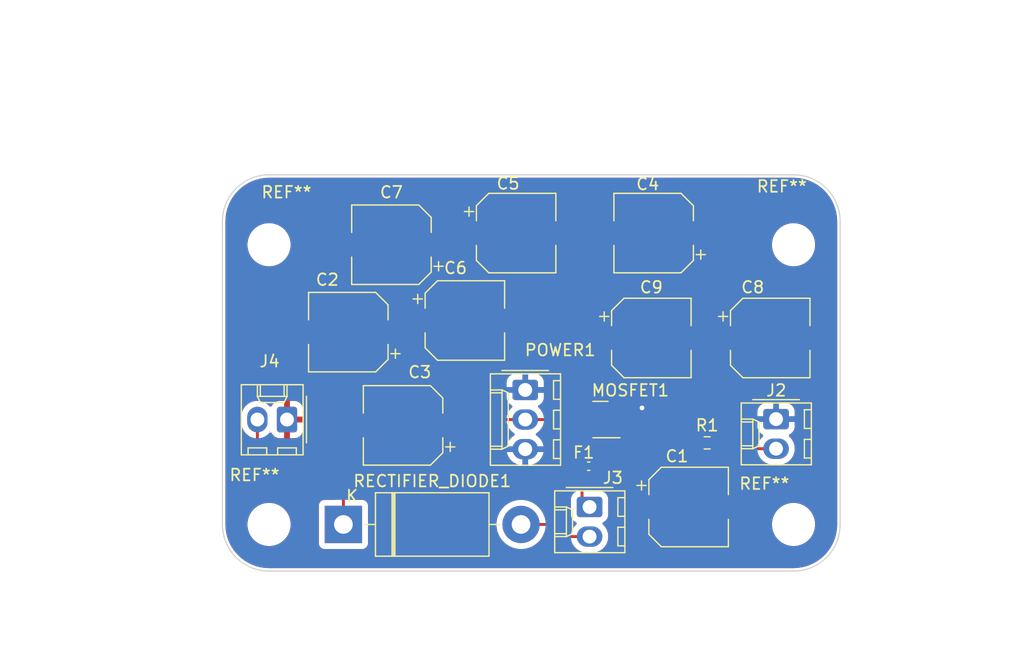
<source format=kicad_pcb>
(kicad_pcb (version 20240108) (generator "pcbnew") (generator_version "8.0")
  (title_block (title "Template") (date "2022-08-16") (rev "0.0") (company "Illini Solar Car") (comment 1 "Designed By: Your Name"))
  (layers (0 "F.Cu" signal) (31 "B.Cu" signal) (34 "B.Paste" user) (35 "F.Paste" user) (36 "B.SilkS" user "B.Silkscreen") (37 "F.SilkS" user "F.Silkscreen") (38 "B.Mask" user) (39 "F.Mask" user) (44 "Edge.Cuts" user))
  (net 0 "")
  (net 1 "/HORN_CONTROL")
  (net 2 "Net-(C1-Pad2)")
  (net 3 "Net-(MOSFET1-D)")
  (net 4 "Net-(MOSFET1-G)")
  (net 5 "GND")
  (net 6 "Net-(J3-Pin_1)")
  (net 7 "Net-(J4-Pin_2)")
  (net 8 "Net-(J3-Pin_2)")
  (net 9 "Net-(POWER1-Pin_2)")
  (net 10 "+24V")
  (footprint "Diode_THT:D_DO-201AD_P15.24mm_Horizontal" (layer "F.Cu") (at 82.38 103)
    (property "Reference" "RECTIFIER_DIODE1" (at 7.62 -3.72 0) (layer "F.SilkS"))
    (property "Value" "1N5402")
    (fp_line (start 1.84 0) (end 2.75 0) (stroke (width 0.12)) (layer "F.SilkS"))
    (fp_line (start 2.75 -2.72) (end 2.75 2.72) (stroke (width 0.12)) (layer "F.SilkS"))
    (fp_line (start 2.75 2.72) (end 12.49 2.72) (stroke (width 0.12)) (layer "F.SilkS"))
    (fp_line (start 4.175 -2.72) (end 4.175 2.72) (stroke (width 0.12)) (layer "F.SilkS"))
    (fp_line (start 4.295 -2.72) (end 4.295 2.72) (stroke (width 0.12)) (layer "F.SilkS"))
    (fp_line (start 4.415 -2.72) (end 4.415 2.72) (stroke (width 0.12)) (layer "F.SilkS"))
    (fp_line (start 12.49 -2.72) (end 2.75 -2.72) (stroke (width 0.12)) (layer "F.SilkS"))
    (fp_line (start 12.49 2.72) (end 12.49 -2.72) (stroke (width 0.12)) (layer "F.SilkS"))
    (fp_line (start 13.4 0) (end 12.49 0) (stroke (width 0.12)) (layer "F.SilkS"))
    (fp_text user "K" (at 0.74 -2.44 0) (layer "F.SilkS"))
    (pad "1" thru_hole rect (at 0 0) (size 3.2 3.2) (drill 1.6) (layers "*.Cu" "*.Mask") (net 7 "Net-(J4-Pin_2)"))
    (pad "2" thru_hole oval (at 15.24 0) (size 3.2 3.2) (drill 1.6) (layers "*.Cu" "*.Mask") (net 8 "Net-(J3-Pin_2)"))
  )
  (footprint "Resistor_SMD:R_0603_1608Metric_Pad0.98x0.95mm_HandSolder" (layer "F.Cu") (at 113.5875 96)
    (property "Reference" "R1" (at 0 -1.5 0) (layer "F.SilkS"))
    (property "Value" "1k")
    (fp_line (start -0.254724 -0.5225) (end 0.254724 -0.5225) (stroke (width 0.12)) (layer "F.SilkS"))
    (fp_line (start -0.254724 0.5225) (end 0.254724 0.5225) (stroke (width 0.12)) (layer "F.SilkS"))
    (pad "1" smd roundrect (at -0.9125 0) (size 0.975 0.95) (layers "F.Cu" "F.Paste" "F.Mask") (net 2 "Net-(C1-Pad2)"))
    (pad "2" smd roundrect (at 0.9125 0) (size 0.975 0.95) (layers "F.Cu" "F.Paste" "F.Mask") (net 1 "/HORN_CONTROL"))
  )
  (footprint "MountingHole:MountingHole_3.2mm_M3" (layer "F.Cu") (at 76 79)
    (property "Reference" "REF**" (at 1.5 -4.5 0) (layer "F.SilkS"))
    (property "Value" "MountingHole_3.2mm_M3")
    (pad "" np_thru_hole circle (at 0 0) (size 3.2 3.2) (drill 3.2) (layers "*.Cu" "*.Mask"))
  )
  (footprint "Capacitor_SMD:CP_Elec_6.3x3" (layer "F.Cu") (at 112 101.5)
    (property "Reference" "C1" (at -1 -4.35 0) (layer "F.SilkS"))
    (property "Value" "0.1 uF")
    (fp_line (start -4.4375 -1.8475) (end -3.65 -1.8475) (stroke (width 0.12)) (layer "F.SilkS"))
    (fp_line (start -4.04375 -2.24125) (end -4.04375 -1.45375) (stroke (width 0.12)) (layer "F.SilkS"))
    (fp_line (start -3.41 -2.345563) (end -3.41 -1.06) (stroke (width 0.12)) (layer "F.SilkS"))
    (fp_line (start -3.41 -2.345563) (end -2.345563 -3.41) (stroke (width 0.12)) (layer "F.SilkS"))
    (fp_line (start -3.41 2.345563) (end -3.41 1.06) (stroke (width 0.12)) (layer "F.SilkS"))
    (fp_line (start -3.41 2.345563) (end -2.345563 3.41) (stroke (width 0.12)) (layer "F.SilkS"))
    (fp_line (start -2.345563 -3.41) (end 3.41 -3.41) (stroke (width 0.12)) (layer "F.SilkS"))
    (fp_line (start -2.345563 3.41) (end 3.41 3.41) (stroke (width 0.12)) (layer "F.SilkS"))
    (fp_line (start 3.41 -3.41) (end 3.41 -1.06) (stroke (width 0.12)) (layer "F.SilkS"))
    (fp_line (start 3.41 3.41) (end 3.41 1.06) (stroke (width 0.12)) (layer "F.SilkS"))
    (pad "1" smd roundrect (at -2.7 0) (size 3.5 1.6) (layers "F.Cu" "F.Paste" "F.Mask") (roundrect_rratio 0.15625) (net 4 "Net-(MOSFET1-G)"))
    (pad "2" smd roundrect (at 2.7 0) (size 3.5 1.6) (layers "F.Cu" "F.Paste" "F.Mask") (roundrect_rratio 0.15625) (net 2 "Net-(C1-Pad2)"))
  )
  (footprint "MountingHole:MountingHole_3.2mm_M3" (layer "F.Cu") (at 121 103)
    (property "Reference" "REF**" (at -2.5 -3.5 0) (layer "F.SilkS"))
    (property "Value" "MountingHole_3.2mm_M3")
    (pad "" np_thru_hole circle (at 0 0) (size 3.2 3.2) (drill 3.2) (layers "*.Cu" "*.Mask"))
  )
  (footprint "Connector_Molex:Molex_KK-254_AE-6410-02A_1x02_P2.54mm_Vertical" (layer "F.Cu") (at 103.5 101.5 -90)
    (property "Reference" "J3" (at -2.5 -2 180) (layer "F.SilkS"))
    (property "Value" "Conn_01x02")
    (fp_line (start -1.38 2.99) (end 3.92 2.99) (stroke (width 0.12)) (layer "F.SilkS"))
    (fp_line (start 0 2.99) (end 0 1.99) (stroke (width 0.12)) (layer "F.SilkS"))
    (fp_line (start 0.25 2.99) (end 0.25 1.99) (stroke (width 0.12)) (layer "F.SilkS"))
    (fp_line (start 2.29 2.99) (end 2.29 1.99) (stroke (width 0.12)) (layer "F.SilkS"))
    (fp_line (start 3.92 2.99) (end 3.92 -3.03) (stroke (width 0.12)) (layer "F.SilkS"))
    (fp_line (start 0 1.99) (end 2.54 1.99) (stroke (width 0.12)) (layer "F.SilkS"))
    (fp_line (start 0 1.99) (end 0.25 1.46) (stroke (width 0.12)) (layer "F.SilkS"))
    (fp_line (start 2.54 1.99) (end 2.54 2.99) (stroke (width 0.12)) (layer "F.SilkS"))
    (fp_line (start 0.25 1.46) (end 2.29 1.46) (stroke (width 0.12)) (layer "F.SilkS"))
    (fp_line (start 2.29 1.46) (end 2.54 1.99) (stroke (width 0.12)) (layer "F.SilkS"))
    (fp_line (start -1.67 -2) (end -1.67 2) (stroke (width 0.12)) (layer "F.SilkS"))
    (fp_line (start -0.8 -2.43) (end 0.8 -2.43) (stroke (width 0.12)) (layer "F.SilkS"))
    (fp_line (start 0.8 -2.43) (end 0.8 -3.03) (stroke (width 0.12)) (layer "F.SilkS"))
    (fp_line (start 1.74 -2.43) (end 3.34 -2.43) (stroke (width 0.12)) (layer "F.SilkS"))
    (fp_line (start 3.34 -2.43) (end 3.34 -3.03) (stroke (width 0.12)) (layer "F.SilkS"))
    (fp_line (start -1.38 -3.03) (end -1.38 2.99) (stroke (width 0.12)) (layer "F.SilkS"))
    (fp_line (start -0.8 -3.03) (end -0.8 -2.43) (stroke (width 0.12)) (layer "F.SilkS"))
    (fp_line (start 1.74 -3.03) (end 1.74 -2.43) (stroke (width 0.12)) (layer "F.SilkS"))
    (fp_line (start 3.92 -3.03) (end -1.38 -3.03) (stroke (width 0.12)) (layer "F.SilkS"))
    (pad "1" thru_hole roundrect (at 0 0 270) (size 1.74 2.19) (drill 1.19) (layers "*.Cu" "*.Mask") (roundrect_rratio 0.143678) (net 6 "Net-(J3-Pin_1)"))
    (pad "2" thru_hole oval (at 2.54 0 270) (size 1.74 2.19) (drill 1.19) (layers "*.Cu" "*.Mask") (net 8 "Net-(J3-Pin_2)"))
  )
  (footprint "Capacitor_SMD:CP_Elec_6.3x3" (layer "F.Cu") (at 97.2 78)
    (property "Reference" "C5" (at -0.69 -4.25 0) (layer "F.SilkS"))
    (property "Value" "1uF")
    (fp_line (start -4.4375 -1.8475) (end -3.65 -1.8475) (stroke (width 0.12)) (layer "F.SilkS"))
    (fp_line (start -4.04375 -2.24125) (end -4.04375 -1.45375) (stroke (width 0.12)) (layer "F.SilkS"))
    (fp_line (start -3.41 -2.345563) (end -3.41 -1.06) (stroke (width 0.12)) (layer "F.SilkS"))
    (fp_line (start -3.41 -2.345563) (end -2.345563 -3.41) (stroke (width 0.12)) (layer "F.SilkS"))
    (fp_line (start -3.41 2.345563) (end -3.41 1.06) (stroke (width 0.12)) (layer "F.SilkS"))
    (fp_line (start -3.41 2.345563) (end -2.345563 3.41) (stroke (width 0.12)) (layer "F.SilkS"))
    (fp_line (start -2.345563 -3.41) (end 3.41 -3.41) (stroke (width 0.12)) (layer "F.SilkS"))
    (fp_line (start -2.345563 3.41) (end 3.41 3.41) (stroke (width 0.12)) (layer "F.SilkS"))
    (fp_line (start 3.41 -3.41) (end 3.41 -1.06) (stroke (width 0.12)) (layer "F.SilkS"))
    (fp_line (start 3.41 3.41) (end 3.41 1.06) (stroke (width 0.12)) (layer "F.SilkS"))
    (pad "1" smd roundrect (at -2.7 0) (size 3.5 1.6) (layers "F.Cu" "F.Paste" "F.Mask") (roundrect_rratio 0.15625) (net 9 "Net-(POWER1-Pin_2)"))
    (pad "2" smd roundrect (at 2.7 0) (size 3.5 1.6) (layers "F.Cu" "F.Paste" "F.Mask") (roundrect_rratio 0.15625) (net 10 "+24V"))
  )
  (footprint "Capacitor_SMD:CP_Elec_6.3x3" (layer "F.Cu") (at 108.8 87)
    (property "Reference" "C9" (at 0 -4.35 0) (layer "F.SilkS"))
    (property "Value" "100uF")
    (fp_line (start -4.4375 -1.8475) (end -3.65 -1.8475) (stroke (width 0.12)) (layer "F.SilkS"))
    (fp_line (start -4.04375 -2.24125) (end -4.04375 -1.45375) (stroke (width 0.12)) (layer "F.SilkS"))
    (fp_line (start -3.41 -2.345563) (end -3.41 -1.06) (stroke (width 0.12)) (layer "F.SilkS"))
    (fp_line (start -3.41 -2.345563) (end -2.345563 -3.41) (stroke (width 0.12)) (layer "F.SilkS"))
    (fp_line (start -3.41 2.345563) (end -3.41 1.06) (stroke (width 0.12)) (layer "F.SilkS"))
    (fp_line (start -3.41 2.345563) (end -2.345563 3.41) (stroke (width 0.12)) (layer "F.SilkS"))
    (fp_line (start -2.345563 -3.41) (end 3.41 -3.41) (stroke (width 0.12)) (layer "F.SilkS"))
    (fp_line (start -2.345563 3.41) (end 3.41 3.41) (stroke (width 0.12)) (layer "F.SilkS"))
    (fp_line (start 3.41 -3.41) (end 3.41 -1.06) (stroke (width 0.12)) (layer "F.SilkS"))
    (fp_line (start 3.41 3.41) (end 3.41 1.06) (stroke (width 0.12)) (layer "F.SilkS"))
    (pad "1" smd roundrect (at -2.7 0) (size 3.5 1.6) (layers "F.Cu" "F.Paste" "F.Mask") (roundrect_rratio 0.15625) (net 10 "+24V"))
    (pad "2" smd roundrect (at 2.7 0) (size 3.5 1.6) (layers "F.Cu" "F.Paste" "F.Mask") (roundrect_rratio 0.15625) (net 9 "Net-(POWER1-Pin_2)"))
  )
  (footprint "Connector_Molex:Molex_KK-254_AE-6410-03A_1x03_P2.54mm_Vertical" (layer "F.Cu") (at 97.98 91.46 -90)
    (property "Reference" "POWER1" (at -3.42 -3 180) (layer "F.SilkS"))
    (property "Value" "Conn_01x03")
    (fp_line (start -1.38 2.99) (end 6.46 2.99) (stroke (width 0.12)) (layer "F.SilkS"))
    (fp_line (start 0 2.99) (end 0 1.99) (stroke (width 0.12)) (layer "F.SilkS"))
    (fp_line (start 0.25 2.99) (end 0.25 1.99) (stroke (width 0.12)) (layer "F.SilkS"))
    (fp_line (start 4.83 2.99) (end 4.83 1.99) (stroke (width 0.12)) (layer "F.SilkS"))
    (fp_line (start 6.46 2.99) (end 6.46 -3.03) (stroke (width 0.12)) (layer "F.SilkS"))
    (fp_line (start 0 1.99) (end 5.08 1.99) (stroke (width 0.12)) (layer "F.SilkS"))
    (fp_line (start 0 1.99) (end 0.25 1.46) (stroke (width 0.12)) (layer "F.SilkS"))
    (fp_line (start 5.08 1.99) (end 5.08 2.99) (stroke (width 0.12)) (layer "F.SilkS"))
    (fp_line (start 0.25 1.46) (end 4.83 1.46) (stroke (width 0.12)) (layer "F.SilkS"))
    (fp_line (start 4.83 1.46) (end 5.08 1.99) (stroke (width 0.12)) (layer "F.SilkS"))
    (fp_line (start -1.67 -2) (end -1.67 2) (stroke (width 0.12)) (layer "F.SilkS"))
    (fp_line (start -0.8 -2.43) (end 0.8 -2.43) (stroke (width 0.12)) (layer "F.SilkS"))
    (fp_line (start 0.8 -2.43) (end 0.8 -3.03) (stroke (width 0.12)) (layer "F.SilkS"))
    (fp_line (start 1.74 -2.43) (end 3.34 -2.43) (stroke (width 0.12)) (layer "F.SilkS"))
    (fp_line (start 3.34 -2.43) (end 3.34 -3.03) (stroke (width 0.12)) (layer "F.SilkS"))
    (fp_line (start 4.28 -2.43) (end 5.88 -2.43) (stroke (width 0.12)) (layer "F.SilkS"))
    (fp_line (start 5.88 -2.43) (end 5.88 -3.03) (stroke (width 0.12)) (layer "F.SilkS"))
    (fp_line (start -1.38 -3.03) (end -1.38 2.99) (stroke (width 0.12)) (layer "F.SilkS"))
    (fp_line (start -0.8 -3.03) (end -0.8 -2.43) (stroke (width 0.12)) (layer "F.SilkS"))
    (fp_line (start 1.74 -3.03) (end 1.74 -2.43) (stroke (width 0.12)) (layer "F.SilkS"))
    (fp_line (start 4.28 -3.03) (end 4.28 -2.43) (stroke (width 0.12)) (layer "F.SilkS"))
    (fp_line (start 6.46 -3.03) (end -1.38 -3.03) (stroke (width 0.12)) (layer "F.SilkS"))
    (pad "1" thru_hole roundrect (at 0 0 270) (size 1.74 2.19) (drill 1.19) (layers "*.Cu" "*.Mask") (roundrect_rratio 0.143678) (net 5 "GND"))
    (pad "2" thru_hole oval (at 2.54 0 270) (size 1.74 2.19) (drill 1.19) (layers "*.Cu" "*.Mask") (net 9 "Net-(POWER1-Pin_2)"))
    (pad "3" thru_hole oval (at 5.08 0 270) (size 1.74 2.19) (drill 1.19) (layers "*.Cu" "*.Mask") (net 5 "GND"))
  )
  (footprint "Capacitor_SMD:CP_Elec_6.3x3" (layer "F.Cu") (at 87.5 94.5 180)
    (property "Reference" "C3" (at -1.43 4.57 0) (layer "F.SilkS"))
    (property "Value" "0.1uF")
    (fp_line (start 3.41 3.41) (end 3.41 1.06) (stroke (width 0.12)) (layer "F.SilkS"))
    (fp_line (start 3.41 -3.41) (end 3.41 -1.06) (stroke (width 0.12)) (layer "F.SilkS"))
    (fp_line (start -2.345563 3.41) (end 3.41 3.41) (stroke (width 0.12)) (layer "F.SilkS"))
    (fp_line (start -2.345563 -3.41) (end 3.41 -3.41) (stroke (width 0.12)) (layer "F.SilkS"))
    (fp_line (start -3.41 2.345563) (end -2.345563 3.41) (stroke (width 0.12)) (layer "F.SilkS"))
    (fp_line (start -3.41 2.345563) (end -3.41 1.06) (stroke (width 0.12)) (layer "F.SilkS"))
    (fp_line (start -3.41 -2.345563) (end -2.345563 -3.41) (stroke (width 0.12)) (layer "F.SilkS"))
    (fp_line (start -3.41 -2.345563) (end -3.41 -1.06) (stroke (width 0.12)) (layer "F.SilkS"))
    (fp_line (start -4.04375 -2.24125) (end -4.04375 -1.45375) (stroke (width 0.12)) (layer "F.SilkS"))
    (fp_line (start -4.4375 -1.8475) (end -3.65 -1.8475) (stroke (width 0.12)) (layer "F.SilkS"))
    (pad "1" smd roundrect (at -2.7 0 180) (size 3.5 1.6) (layers "F.Cu" "F.Paste" "F.Mask") (roundrect_rratio 0.15625) (net 9 "Net-(POWER1-Pin_2)"))
    (pad "2" smd roundrect (at 2.7 0 180) (size 3.5 1.6) (layers "F.Cu" "F.Paste" "F.Mask") (roundrect_rratio 0.15625) (net 10 "+24V"))
  )
  (footprint "Package_TO_SOT_SMD:SOT-23" (layer "F.Cu") (at 104.4375 94 180)
    (property "Reference" "MOSFET1" (at -2.5625 2.5 0) (layer "F.SilkS"))
    (property "Value" "BSS138")
    (fp_line (start 0 1.56) (end 0.65 1.56) (stroke (width 0.12)) (layer "F.SilkS"))
    (fp_line (start 0 1.56) (end -0.65 1.56) (stroke (width 0.12)) (layer "F.SilkS"))
    (fp_line (start 0 -1.56) (end 0.65 -1.56) (stroke (width 0.12)) (layer "F.SilkS"))
    (fp_line (start 0 -1.56) (end -1.675 -1.56) (stroke (width 0.12)) (layer "F.SilkS"))
    (pad "1" smd roundrect (at -0.9375 -0.95 180) (size 1.475 0.6) (layers "F.Cu" "F.Paste" "F.Mask") (net 4 "Net-(MOSFET1-G)"))
    (pad "2" smd roundrect (at -0.9375 0.95 180) (size 1.475 0.6) (layers "F.Cu" "F.Paste" "F.Mask") (net 5 "GND"))
    (pad "3" smd roundrect (at 0.9375 0 180) (size 1.475 0.6) (layers "F.Cu" "F.Paste" "F.Mask") (net 3 "Net-(MOSFET1-D)"))
  )
  (footprint "MountingHole:MountingHole_3.2mm_M3" (layer "F.Cu") (at 121 79)
    (property "Reference" "REF**" (at -1 -5 0) (layer "F.SilkS"))
    (property "Value" "MountingHole_3.2mm_M3")
    (pad "" np_thru_hole circle (at 0 0) (size 3.2 3.2) (drill 3.2) (layers "*.Cu" "*.Mask"))
  )
  (footprint "Capacitor_SMD:CP_Elec_6.3x3" (layer "F.Cu") (at 86.5 79 180)
    (property "Reference" "C7" (at 0 4.5 0) (layer "F.SilkS"))
    (property "Value" "10uF")
    (fp_line (start 3.41 3.41) (end 3.41 1.06) (stroke (width 0.12)) (layer "F.SilkS"))
    (fp_line (start 3.41 -3.41) (end 3.41 -1.06) (stroke (width 0.12)) (layer "F.SilkS"))
    (fp_line (start -2.345563 3.41) (end 3.41 3.41) (stroke (width 0.12)) (layer "F.SilkS"))
    (fp_line (start -2.345563 -3.41) (end 3.41 -3.41) (stroke (width 0.12)) (layer "F.SilkS"))
    (fp_line (start -3.41 2.345563) (end -2.345563 3.41) (stroke (width 0.12)) (layer "F.SilkS"))
    (fp_line (start -3.41 2.345563) (end -3.41 1.06) (stroke (width 0.12)) (layer "F.SilkS"))
    (fp_line (start -3.41 -2.345563) (end -2.345563 -3.41) (stroke (width 0.12)) (layer "F.SilkS"))
    (fp_line (start -3.41 -2.345563) (end -3.41 -1.06) (stroke (width 0.12)) (layer "F.SilkS"))
    (fp_line (start -4.04375 -2.24125) (end -4.04375 -1.45375) (stroke (width 0.12)) (layer "F.SilkS"))
    (fp_line (start -4.4375 -1.8475) (end -3.65 -1.8475) (stroke (width 0.12)) (layer "F.SilkS"))
    (pad "1" smd roundrect (at -2.7 0 180) (size 3.5 1.6) (layers "F.Cu" "F.Paste" "F.Mask") (roundrect_rratio 0.15625) (net 9 "Net-(POWER1-Pin_2)"))
    (pad "2" smd roundrect (at 2.7 0 180) (size 3.5 1.6) (layers "F.Cu" "F.Paste" "F.Mask") (roundrect_rratio 0.15625) (net 10 "+24V"))
  )
  (footprint "MountingHole:MountingHole_3.2mm_M3" (layer "F.Cu") (at 76 103)
    (property "Reference" "REF**" (at -1.24 -4.24 0) (layer "F.SilkS"))
    (property "Value" "MountingHole_3.2mm_M3")
    (pad "" np_thru_hole circle (at 0 0) (size 3.2 3.2) (drill 3.2) (layers "*.Cu" "*.Mask"))
  )
  (footprint "Capacitor_SMD:CP_Elec_6.3x3" (layer "F.Cu") (at 119 87)
    (property "Reference" "C8" (at -1.5 -4.35 0) (layer "F.SilkS"))
    (property "Value" "10uF")
    (fp_line (start -4.4375 -1.8475) (end -3.65 -1.8475) (stroke (width 0.12)) (layer "F.SilkS"))
    (fp_line (start -4.04375 -2.24125) (end -4.04375 -1.45375) (stroke (width 0.12)) (layer "F.SilkS"))
    (fp_line (start -3.41 -2.345563) (end -3.41 -1.06) (stroke (width 0.12)) (layer "F.SilkS"))
    (fp_line (start -3.41 -2.345563) (end -2.345563 -3.41) (stroke (width 0.12)) (layer "F.SilkS"))
    (fp_line (start -3.41 2.345563) (end -3.41 1.06) (stroke (width 0.12)) (layer "F.SilkS"))
    (fp_line (start -3.41 2.345563) (end -2.345563 3.41) (stroke (width 0.12)) (layer "F.SilkS"))
    (fp_line (start -2.345563 -3.41) (end 3.41 -3.41) (stroke (width 0.12)) (layer "F.SilkS"))
    (fp_line (start -2.345563 3.41) (end 3.41 3.41) (stroke (width 0.12)) (layer "F.SilkS"))
    (fp_line (start 3.41 -3.41) (end 3.41 -1.06) (stroke (width 0.12)) (layer "F.SilkS"))
    (fp_line (start 3.41 3.41) (end 3.41 1.06) (stroke (width 0.12)) (layer "F.SilkS"))
    (pad "1" smd roundrect (at -2.7 0) (size 3.5 1.6) (layers "F.Cu" "F.Paste" "F.Mask") (roundrect_rratio 0.15625) (net 9 "Net-(POWER1-Pin_2)"))
    (pad "2" smd roundrect (at 2.7 0) (size 3.5 1.6) (layers "F.Cu" "F.Paste" "F.Mask") (roundrect_rratio 0.15625) (net 10 "+24V"))
  )
  (footprint "Capacitor_SMD:CP_Elec_6.3x3" (layer "F.Cu") (at 82.8 86.5 180)
    (property "Reference" "C2" (at 1.8 4.5 0) (layer "F.SilkS"))
    (property "Value" "0.1uF")
    (fp_line (start 3.41 3.41) (end 3.41 1.06) (stroke (width 0.12)) (layer "F.SilkS"))
    (fp_line (start 3.41 -3.41) (end 3.41 -1.06) (stroke (width 0.12)) (layer "F.SilkS"))
    (fp_line (start -2.345563 3.41) (end 3.41 3.41) (stroke (width 0.12)) (layer "F.SilkS"))
    (fp_line (start -2.345563 -3.41) (end 3.41 -3.41) (stroke (width 0.12)) (layer "F.SilkS"))
    (fp_line (start -3.41 2.345563) (end -2.345563 3.41) (stroke (width 0.12)) (layer "F.SilkS"))
    (fp_line (start -3.41 2.345563) (end -3.41 1.06) (stroke (width 0.12)) (layer "F.SilkS"))
    (fp_line (start -3.41 -2.345563) (end -2.345563 -3.41) (stroke (width 0.12)) (layer "F.SilkS"))
    (fp_line (start -3.41 -2.345563) (end -3.41 -1.06) (stroke (width 0.12)) (layer "F.SilkS"))
    (fp_line (start -4.04375 -2.24125) (end -4.04375 -1.45375) (stroke (width 0.12)) (layer "F.SilkS"))
    (fp_line (start -4.4375 -1.8475) (end -3.65 -1.8475) (stroke (width 0.12)) (layer "F.SilkS"))
    (pad "1" smd roundrect (at -2.7 0 180) (size 3.5 1.6) (layers "F.Cu" "F.Paste" "F.Mask") (roundrect_rratio 0.15625) (net 9 "Net-(POWER1-Pin_2)"))
    (pad "2" smd roundrect (at 2.7 0 180) (size 3.5 1.6) (layers "F.Cu" "F.Paste" "F.Mask") (roundrect_rratio 0.15625) (net 10 "+24V"))
  )
  (footprint "Fuse:Fuse_0402_1005Metric_Pad0.77x0.64mm_HandSolder" (layer "F.Cu") (at 103.4275 98)
    (property "Reference" "F1" (at -0.4275 -1.17 0) (layer "F.SilkS"))
    (property "Value" "2A Fuse")
    (fp_line (start -0.1002 -0.36) (end 0.1002 -0.36) (stroke (width 0.12)) (layer "F.SilkS"))
    (fp_line (start -0.1002 0.36) (end 0.1002 0.36) (stroke (width 0.12)) (layer "F.SilkS"))
    (pad "1" smd roundrect (at -0.5725 0) (size 0.765 0.64) (layers "F.Cu" "F.Paste" "F.Mask") (net 6 "Net-(J3-Pin_1)"))
    (pad "2" smd roundrect (at 0.5725 0) (size 0.765 0.64) (layers "F.Cu" "F.Paste" "F.Mask") (net 3 "Net-(MOSFET1-D)"))
  )
  (footprint "Connector_Molex:Molex_KK-254_AE-6410-02A_1x02_P2.54mm_Vertical" (layer "F.Cu") (at 119.5 93.96 -90)
    (property "Reference" "J2" (at -2.46 -0.02 180) (layer "F.SilkS"))
    (property "Value" "Conn_01x02")
    (fp_line (start -1.38 2.99) (end 3.92 2.99) (stroke (width 0.12)) (layer "F.SilkS"))
    (fp_line (start 0 2.99) (end 0 1.99) (stroke (width 0.12)) (layer "F.SilkS"))
    (fp_line (start 0.25 2.99) (end 0.25 1.99) (stroke (width 0.12)) (layer "F.SilkS"))
    (fp_line (start 2.29 2.99) (end 2.29 1.99) (stroke (width 0.12)) (layer "F.SilkS"))
    (fp_line (start 3.92 2.99) (end 3.92 -3.03) (stroke (width 0.12)) (layer "F.SilkS"))
    (fp_line (start 0 1.99) (end 2.54 1.99) (stroke (width 0.12)) (layer "F.SilkS"))
    (fp_line (start 0 1.99) (end 0.25 1.46) (stroke (width 0.12)) (layer "F.SilkS"))
    (fp_line (start 2.54 1.99) (end 2.54 2.99) (stroke (width 0.12)) (layer "F.SilkS"))
    (fp_line (start 0.25 1.46) (end 2.29 1.46) (stroke (width 0.12)) (layer "F.SilkS"))
    (fp_line (start 2.29 1.46) (end 2.54 1.99) (stroke (width 0.12)) (layer "F.SilkS"))
    (fp_line (start -1.67 -2) (end -1.67 2) (stroke (width 0.12)) (layer "F.SilkS"))
    (fp_line (start -0.8 -2.43) (end 0.8 -2.43) (stroke (width 0.12)) (layer "F.SilkS"))
    (fp_line (start 0.8 -2.43) (end 0.8 -3.03) (stroke (width 0.12)) (layer "F.SilkS"))
    (fp_line (start 1.74 -2.43) (end 3.34 -2.43) (stroke (width 0.12)) (layer "F.SilkS"))
    (fp_line (start 3.34 -2.43) (end 3.34 -3.03) (stroke (width 0.12)) (layer "F.SilkS"))
    (fp_line (start -1.38 -3.03) (end -1.38 2.99) (stroke (width 0.12)) (layer "F.SilkS"))
    (fp_line (start -0.8 -3.03) (end -0.8 -2.43) (stroke (width 0.12)) (layer "F.SilkS"))
    (fp_line (start 1.74 -3.03) (end 1.74 -2.43) (stroke (width 0.12)) (layer "F.SilkS"))
    (fp_line (start 3.92 -3.03) (end -1.38 -3.03) (stroke (width 0.12)) (layer "F.SilkS"))
    (pad "1" thru_hole roundrect (at 0 0 270) (size 1.74 2.19) (drill 1.19) (layers "*.Cu" "*.Mask") (roundrect_rratio 0.143678) (net 5 "GND"))
    (pad "2" thru_hole oval (at 2.54 0 270) (size 1.74 2.19) (drill 1.19) (layers "*.Cu" "*.Mask") (net 1 "/HORN_CONTROL"))
  )
  (footprint "Connector_Molex:Molex_KK-254_AE-6410-02A_1x02_P2.54mm_Vertical" (layer "F.Cu") (at 77.54 94 180)
    (property "Reference" "J4" (at 1.5 5 0) (layer "F.SilkS"))
    (property "Value" "Conn_01x02")
    (fp_line (start 3.92 2.99) (end 3.92 -3.03) (stroke (width 0.12)) (layer "F.SilkS"))
    (fp_line (start 3.92 -3.03) (end -1.38 -3.03) (stroke (width 0.12)) (layer "F.SilkS"))
    (fp_line (start 3.34 -2.43) (end 3.34 -3.03) (stroke (width 0.12)) (layer "F.SilkS"))
    (fp_line (start 2.54 1.99) (end 2.54 2.99) (stroke (width 0.12)) (layer "F.SilkS"))
    (fp_line (start 2.29 2.99) (end 2.29 1.99) (stroke (width 0.12)) (layer "F.SilkS"))
    (fp_line (start 2.29 1.46) (end 2.54 1.99) (stroke (width 0.12)) (layer "F.SilkS"))
    (fp_line (start 1.74 -2.43) (end 3.34 -2.43) (stroke (width 0.12)) (layer "F.SilkS"))
    (fp_line (start 1.74 -3.03) (end 1.74 -2.43) (stroke (width 0.12)) (layer "F.SilkS"))
    (fp_line (start 0.8 -2.43) (end 0.8 -3.03) (stroke (width 0.12)) (layer "F.SilkS"))
    (fp_line (start 0.25 2.99) (end 0.25 1.99) (stroke (width 0.12)) (layer "F.SilkS"))
    (fp_line (start 0.25 1.46) (end 2.29 1.46) (stroke (width 0.12)) (layer "F.SilkS"))
    (fp_line (start 0 2.99) (end 0 1.99) (stroke (width 0.12)) (layer "F.SilkS"))
    (fp_line (start 0 1.99) (end 2.54 1.99) (stroke (width 0.12)) (layer "F.SilkS"))
    (fp_line (start 0 1.99) (end 0.25 1.46) (stroke (width 0.12)) (layer "F.SilkS"))
    (fp_line (start -0.8 -2.43) (end 0.8 -2.43) (stroke (width 0.12)) (layer "F.SilkS"))
    (fp_line (start -0.8 -3.03) (end -0.8 -2.43) (stroke (width 0.12)) (layer "F.SilkS"))
    (fp_line (start -1.38 2.99) (end 3.92 2.99) (stroke (width 0.12)) (layer "F.SilkS"))
    (fp_line (start -1.38 -3.03) (end -1.38 2.99) (stroke (width 0.12)) (layer "F.SilkS"))
    (fp_line (start -1.67 -2) (end -1.67 2) (stroke (width 0.12)) (layer "F.SilkS"))
    (pad "1" thru_hole roundrect (at 0 0 180) (size 1.74 2.19) (drill 1.19) (layers "*.Cu" "*.Mask") (roundrect_rratio 0.143678) (net 10 "+24V"))
    (pad "2" thru_hole oval (at 2.54 0 180) (size 1.74 2.19) (drill 1.19) (layers "*.Cu" "*.Mask") (net 7 "Net-(J4-Pin_2)"))
  )
  (footprint "Capacitor_SMD:CP_Elec_6.3x3" (layer "F.Cu") (at 92.8 85.5)
    (property "Reference" "C6" (at -0.8 -4.5 0) (layer "F.SilkS"))
    (property "Value" "1uF")
    (fp_line (start -4.4375 -1.8475) (end -3.65 -1.8475) (stroke (width 0.12)) (layer "F.SilkS"))
    (fp_line (start -4.04375 -2.24125) (end -4.04375 -1.45375) (stroke (width 0.12)) (layer "F.SilkS"))
    (fp_line (start -3.41 -2.345563) (end -3.41 -1.06) (stroke (width 0.12)) (layer "F.SilkS"))
    (fp_line (start -3.41 -2.345563) (end -2.345563 -3.41) (stroke (width 0.12)) (layer "F.SilkS"))
    (fp_line (start -3.41 2.345563) (end -3.41 1.06) (stroke (width 0.12)) (layer "F.SilkS"))
    (fp_line (start -3.41 2.345563) (end -2.345563 3.41) (stroke (width 0.12)) (layer "F.SilkS"))
    (fp_line (start -2.345563 -3.41) (end 3.41 -3.41) (stroke (width 0.12)) (layer "F.SilkS"))
    (fp_line (start -2.345563 3.41) (end 3.41 3.41) (stroke (width 0.12)) (layer "F.SilkS"))
    (fp_line (start 3.41 -3.41) (end 3.41 -1.06) (stroke (width 0.12)) (layer "F.SilkS"))
    (fp_line (start 3.41 3.41) (end 3.41 1.06) (stroke (width 0.12)) (layer "F.SilkS"))
    (pad "1" smd roundrect (at -2.7 0) (size 3.5 1.6) (layers "F.Cu" "F.Paste" "F.Mask") (roundrect_rratio 0.15625) (net 9 "Net-(POWER1-Pin_2)"))
    (pad "2" smd roundrect (at 2.7 0) (size 3.5 1.6) (layers "F.Cu" "F.Paste" "F.Mask") (roundrect_rratio 0.15625) (net 10 "+24V"))
  )
  (footprint "Capacitor_SMD:CP_Elec_6.3x3" (layer "F.Cu") (at 109 78 180)
    (property "Reference" "C4" (at 0.51 4.2 0) (layer "F.SilkS"))
    (property "Value" "0.1uF")
    (fp_line (start 3.41 3.41) (end 3.41 1.06) (stroke (width 0.12)) (layer "F.SilkS"))
    (fp_line (start 3.41 -3.41) (end 3.41 -1.06) (stroke (width 0.12)) (layer "F.SilkS"))
    (fp_line (start -2.345563 3.41) (end 3.41 3.41) (stroke (width 0.12)) (layer "F.SilkS"))
    (fp_line (start -2.345563 -3.41) (end 3.41 -3.41) (stroke (width 0.12)) (layer "F.SilkS"))
    (fp_line (start -3.41 2.345563) (end -2.345563 3.41) (stroke (width 0.12)) (layer "F.SilkS"))
    (fp_line (start -3.41 2.345563) (end -3.41 1.06) (stroke (width 0.12)) (layer "F.SilkS"))
    (fp_line (start -3.41 -2.345563) (end -2.345563 -3.41) (stroke (width 0.12)) (layer "F.SilkS"))
    (fp_line (start -3.41 -2.345563) (end -3.41 -1.06) (stroke (width 0.12)) (layer "F.SilkS"))
    (fp_line (start -4.04375 -2.24125) (end -4.04375 -1.45375) (stroke (width 0.12)) (layer "F.SilkS"))
    (fp_line (start -4.4375 -1.8475) (end -3.65 -1.8475) (stroke (width 0.12)) (layer "F.SilkS"))
    (pad "1" smd roundrect (at -2.7 0 180) (size 3.5 1.6) (layers "F.Cu" "F.Paste" "F.Mask") (roundrect_rratio 0.15625) (net 9 "Net-(POWER1-Pin_2)"))
    (pad "2" smd roundrect (at 2.7 0 180) (size 3.5 1.6) (layers "F.Cu" "F.Paste" "F.Mask") (roundrect_rratio 0.15625) (net 10 "+24V"))
  )
  (gr_arc (start 121 73) (mid 123.828427 74.171573) (end 125 77) (stroke (width 0.1)) (layer "Edge.Cuts"))
  (gr_line (start 125 77) (end 125 103) (stroke (width 0.1)) (layer "Edge.Cuts"))
  (gr_line (start 72 78) (end 72 77) (stroke (width 0.1)) (layer "Edge.Cuts"))
  (gr_line (start 72 103) (end 72 78) (stroke (width 0.1)) (layer "Edge.Cuts"))
  (gr_arc (start 76 107) (mid 73.171573 105.828427) (end 72 103) (stroke (width 0.1)) (layer "Edge.Cuts"))
  (gr_arc (start 72 77) (mid 73.171573 74.171573) (end 76 73) (stroke (width 0.1)) (layer "Edge.Cuts"))
  (gr_arc (start 125 103) (mid 123.828427 105.828427) (end 121 107) (stroke (width 0.1)) (layer "Edge.Cuts"))
  (gr_line (start 121 107) (end 76 107) (stroke (width 0.1)) (layer "Edge.Cuts"))
  (gr_line (start 76 73) (end 121 73) (stroke (width 0.1)) (layer "Edge.Cuts"))
  (segment (start 116 96) (end 114.5 96) (width 0.25) (layer "F.Cu") (net 1))
  (segment (start 119.5 96.5) (end 116.5 96.5) (width 0.25) (layer "F.Cu") (net 1))
  (segment (start 119.25 96) (end 119.48 95.77) (width 0.25) (layer "F.Cu") (net 1))
  (segment (start 116.5 96.5) (end 116 96) (width 0.25) (layer "F.Cu") (net 1))
  (segment (start 112.675 96) (end 112.675 97.675) (width 0.25) (layer "F.Cu") (net 2))
  (segment (start 112.675 97.675) (end 114.7 99.7) (width 0.25) (layer "F.Cu") (net 2))
  (segment (start 114.7 99.7) (end 114.7 101.5) (width 0.25) (layer "F.Cu") (net 2))
  (segment (start 104 95.5) (end 104 98) (width 0.25) (layer "F.Cu") (net 3))
  (segment (start 103.5 94) (end 103.5 95) (width 0.25) (layer "F.Cu") (net 3))
  (segment (start 103.5 95) (end 104 95.5) (width 0.25) (layer "F.Cu") (net 3))
  (segment (start 105.375 94.95) (end 105.375 95.875) (width 0.25) (layer "F.Cu") (net 4))
  (segment (start 109.3 99.8) (end 109.3 101.5) (width 0.25) (layer "F.Cu") (net 4))
  (segment (start 105.375 95.875) (end 109.3 99.8) (width 0.25) (layer "F.Cu") (net 4))
  (segment (start 107.95 93.05) (end 105.375 93.05) (width 0.25) (layer "F.Cu") (net 5))
  (segment (start 108 93) (end 107.95 93.05) (width 0.25) (layer "F.Cu") (net 5))
  (segment (start 105.375 93.05) (end 104.55 93.05) (width 0.25) (layer "F.Cu") (net 5))
  (via (at 108 93) (size 0.8) (drill 0.4) (layers "F.Cu" "B.Cu") (net 5))
  (segment (start 102.855 100.855) (end 103.5 101.5) (width 0.25) (layer "F.Cu") (net 6))
  (segment (start 102.855 98) (end 102.855 100.855) (width 0.25) (layer "F.Cu") (net 6))
  (segment (start 75 96) (end 75 94) (width 0.25) (layer "F.Cu") (net 7))
  (segment (start 80 98) (end 77 98) (width 0.25) (layer "F.Cu") (net 7))
  (segment (start 77 98) (end 75 96) (width 0.25) (layer "F.Cu") (net 7))
  (segment (start 82.38 103) (end 82.38 100.38) (width 0.25) (layer "F.Cu") (net 7))
  (segment (start 82.38 100.38) (end 80 98) (width 0.25) (layer "F.Cu") (net 7))
  (segment (start 100.5 103) (end 97.62 103) (width 0.25) (layer "F.Cu") (net 8))
  (segment (start 101.54 104.04) (end 100.5 103) (width 0.25) (layer "F.Cu") (net 8))
  (segment (start 103.5 104.04) (end 101.54 104.04) (width 0.25) (layer "F.Cu") (net 8))
  (segment (start 94.5 83.5) (end 92.5 85.5) (width 0.25) (layer "F.Cu") (net 9))
  (segment (start 94 94) (end 97.98 94) (width 0.25) (layer "F.Cu") (net 9))
  (segment (start 97.98 94) (end 100.5 94) (width 0.25) (layer "F.Cu") (net 9))
  (segment (start 111.7 78) (end 111.7 86.8) (width 0.25) (layer "F.Cu") (net 9))
  (segment (start 92.5 85.5) (end 90.1 85.5) (width 0.25) (layer "F.Cu") (net 9))
  (segment (start 116.3 87) (end 111.5 87) (width 0.25) (layer "F.Cu") (net 9))
  (segment (start 92.5 78) (end 94.5 78) (width 0.25) (layer "F.Cu") (net 9))
  (segment (start 85.5 84) (end 85.5 86) (width 0.25) (layer "F.Cu") (net 9))
  (segment (start 89.2 79) (end 89.2 80.3) (width 0.25) (layer "F.Cu") (net 9))
  (segment (start 85.5 88.5) (end 85.5 86.5) (width 0.25) (layer "F.Cu") (net 9))
  (segment (start 90.2 94.5) (end 90.2 93.2) (width 0.25) (layer "F.Cu") (net 9))
  (segment (start 90 85.4) (end 90.1 85.5) (width 0.25) (layer "F.Cu") (net 9))
  (segment (start 85.5 86.5) (end 86 86) (width 0.25) (layer "F.Cu") (net 9))
  (segment (start 111.7 86.8) (end 111.5 87) (width 0.25) (layer "F.Cu") (net 9))
  (segment (start 104.235 90.265) (end 109.735 90.265) (width 0.25) (layer "F.Cu") (net 9))
  (segment (start 91.5 79) (end 92.5 78) (width 0.25) (layer "F.Cu") (net 9))
  (segment (start 111.5 88.5) (end 111.5 87) (width 0.25) (layer "F.Cu") (net 9))
  (segment (start 89.2 79) (end 91.5 79) (width 0.25) (layer "F.Cu") (net 9))
  (segment (start 100.5 94) (end 104.235 90.265) (width 0.25) (layer "F.Cu") (net 9))
  (segment (start 93.5 94.5) (end 94 94) (width 0.25) (layer "F.Cu") (net 9))
  (segment (start 90.2 93.2) (end 85.5 88.5) (width 0.25) (layer "F.Cu") (net 9))
  (segment (start 94.5 78) (end 94.5 83.5) (width 0.25) (layer "F.Cu") (net 9))
  (segment (start 90.2 94.5) (end 93.5 94.5) (width 0.25) (layer "F.Cu") (net 9))
  (segment (start 109.735 90.265) (end 111.5 88.5) (width 0.25) (layer "F.Cu") (net 9))
  (segment (start 89.2 80.3) (end 85.5 84) (width 0.25) (layer "F.Cu") (net 9))
  (segment (start 84.8 94.5) (end 84.3 94) (width 0.25) (layer "F.Cu") (net 10))
  (segment (start 106.1 78.2) (end 106.3 78) (width 0.25) (layer "F.Cu") (net 10))
  (segment (start 84.3 95) (end 84.8 94.5) (width 0.25) (layer "F.Cu") (net 10))
  (segment (start 105.6 86.5) (end 106.1 87) (width 0.25) (layer "F.Cu") (net 10))
  (zone (net 10) (net_name "+24V") (layer "F.Cu") (connect_pads (clearance 0.508)) (min_thickness 0.25) (fill yes (thermal_gap 0.5) (thermal_bridge_width 0.5))
    (polygon (pts (xy 72 73) (xy 125 73) (xy 125 107) (xy 72 107)))
  )
  (zone (net 5) (net_name "GND") (layer "B.Cu") (priority 1) (connect_pads (clearance 0.508)) (min_thickness 0.25) (fill yes (thermal_gap 0.5) (thermal_bridge_width 0.5))
    (polygon (pts (xy 125 73) (xy 125 107) (xy 72 107) (xy 72 73)))
  )
)
</source>
